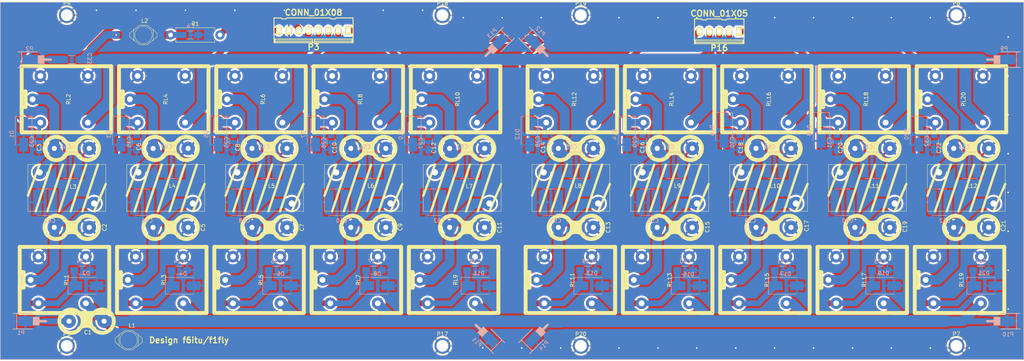
<source format=kicad_pcb>
(kicad_pcb (version 20221018) (generator pcbnew)
  (layers (0 "F.Cu" signal) (31 "B.Cu" signal) (34 "B.Paste" user) (35 "F.Paste" user) (36 "B.SilkS" user "B.Silkscreen") (37 "F.SilkS" user "F.Silkscreen") (38 "B.Mask" user) (39 "F.Mask" user) (44 "Edge.Cuts" user))
  (net 0 "")
  (net 1 "Net-(C1-Pad1)")
  (net 2 "Net-(C1-Pad2)")
  (net 3 "Net-(C2-Pad1)")
  (net 4 "GND")
  (net 5 "Net-(C3-Pad1)")
  (net 6 "Net-(C4-Pad2)")
  (net 7 "Net-(C10-Pad1)")
  (net 8 "Net-(C11-Pad1)")
  (net 9 "Net-(C12-Pad1)")
  (net 10 "Net-(C13-Pad1)")
  (net 11 "Net-(C14-Pad1)")
  (net 12 "Net-(C15-Pad1)")
  (net 13 "Net-(C16-Pad1)")
  (net 14 "Net-(C17-Pad1)")
  (net 15 "Net-(C18-Pad1)")
  (net 16 "Net-(C19-Pad1)")
  (net 17 "Net-(C20-Pad1)")
  (net 18 "Net-(C21-Pad1)")
  (net 19 "Net-(C22-Pad1)")
  (net 20 "Net-(C23-Pad2)")
  (net 21 "Net-(C24-Pad2)")
  (net 22 "Net-(C25-Pad2)")
  (net 23 "Net-(C26-Pad2)")
  (net 24 "Net-(C27-Pad2)")
  (net 25 "Net-(C28-Pad2)")
  (net 26 "Net-(C29-Pad2)")
  (net 27 "Net-(C30-Pad2)")
  (net 28 "Net-(C31-Pad2)")
  (net 29 "Net-(C32-Pad2)")
  (net 30 "Net-(C33-Pad1)")
  (net 31 "Net-(C33-Pad2)")
  (net 32 "Net-(P3-Pad8)")
  (net 33 "Net-(C46-Pad2)")
  (net 34 "Net-(C47-Pad2)")
  (net 35 "Net-(C48-Pad2)")
  (net 36 "Net-(C49-Pad2)")
  (net 37 "Net-(C50-Pad2)")
  (footprint "Connect:1pin" (layer "F.Cu") (at 38.1 39.37)
    (fp_text reference "P4")
    (fp_text value "CONN_01X01")
  )
  (footprint "Connect:1pin" (layer "F.Cu") (at 38.1 124.46)
    (fp_text reference "P5")
    (fp_text value "CONN_01X01")
  )
  (footprint "Connect:1pin" (layer "F.Cu") (at 266.7 39.37)
    (fp_text reference "P6")
    (fp_text value "CONN_01X01")
  )
  (footprint "Connect:1pin" (layer "F.Cu") (at 266.7 124.46)
    (fp_text reference "P7")
    (fp_text value "CONN_01X01")
  )
  (footprint "Connect:1pin" (layer "F.Cu") (at 134.62 124.46)
    (fp_text reference "P17")
    (fp_text value "CONN_01X01")
  )
  (footprint "Connect:1pin" (layer "F.Cu") (at 134.62 39.37)
    (fp_text reference "P18")
    (fp_text value "CONN_01X01")
  )
  (footprint "Connect:1pin" (layer "F.Cu") (at 170.18 39.37)
    (fp_text reference "P19")
    (fp_text value "CONN_01X01")
  )
  (footprint "Connect:1pin" (layer "F.Cu") (at 170.18 124.46)
    (fp_text reference "P20")
    (fp_text value "CONN_01X01")
  )
  (footprint "T80_60_V:T60_80_V" (layer "F.Cu") (at 38.1 83.82)
    (fp_text reference "L3")
    (fp_text value "10m-b")
  )
  (footprint "T80_60_V:T60_80_V" (layer "F.Cu") (at 63.5 83.82)
    (fp_text reference "L4")
    (fp_text value "10m-a")
  )
  (footprint "T80_60_V:T60_80_V" (layer "F.Cu") (at 88.9 83.82)
    (fp_text reference "L5")
    (fp_text value "12m")
  )
  (footprint "T80_60_V:T60_80_V" (layer "F.Cu") (at 114.3 83.82)
    (fp_text reference "L6")
    (fp_text value "15m")
  )
  (footprint "T80_60_V:T60_80_V" (layer "F.Cu") (at 139.7 83.82)
    (fp_text reference "L7")
    (fp_text value "17m")
  )
  (footprint "T80_60_V:T60_80_V" (layer "F.Cu") (at 167.64 83.82)
    (fp_text reference "L8")
    (fp_text value "20m")
  )
  (footprint "T80_60_V:T60_80_V" (layer "F.Cu") (at 193.04 83.82)
    (fp_text reference "L9")
    (fp_text value "30m")
  )
  (footprint "T80_60_V:T60_80_V" (layer "F.Cu") (at 218.44 83.82)
    (fp_text reference "L10")
    (fp_text value "40m")
  )
  (footprint "T80_60_V:T60_80_V" (layer "F.Cu") (at 243.84 83.82)
    (fp_text reference "L11")
    (fp_text value "80m")
  )
  (footprint "T80_60_V:T60_80_V" (layer "F.Cu") (at 269.24 83.82)
    (fp_text reference "L12")
    (fp_text value "160m")
  )
  (footprint "Wurt_1mH:Wurt_1mH" (layer "F.Cu") (at 54 123 -90)
    (fp_text reference "L1")
    (fp_text value "1mH")
  )
  (footprint "Wurt_1mH:Wurt_1mH" (layer "F.Cu") (at 57.785 44.45 90)
    (fp_text reference "L2")
    (fp_text value "1mH")
  )
  (footprint "Silver_Mica:silver_mica" (layer "F.Cu") (at 43.18 118.11 180)
    (fp_text reference "C1")
    (fp_text value "10n/1kV")
  )
  (footprint "Silver_Mica:silver_mica" (layer "F.Cu") (at 39.37 93.98)
    (fp_text reference "C2")
    (fp_text value "C")
  )
  (footprint "Silver_Mica:silver_mica" (layer "F.Cu") (at 39.37 73.66)
    (fp_text reference "C3")
    (fp_text value "C")
  )
  (footprint "Silver_Mica:silver_mica" (layer "F.Cu") (at 64.77 93.98)
    (fp_text reference "C5")
    (fp_text value "C")
  )
  (footprint "Silver_Mica:silver_mica" (layer "F.Cu") (at 64.77 73.66)
    (fp_text reference "C6")
    (fp_text value "C")
  )
  (footprint "Silver_Mica:silver_mica" (layer "F.Cu") (at 90.17 93.98)
    (fp_text reference "C7")
    (fp_text value "C")
  )
  (footprint "Silver_Mica:silver_mica" (layer "F.Cu") (at 90.17 73.66)
    (fp_text reference "C8")
    (fp_text value "C")
  )
  (footprint "Silver_Mica:silver_mica" (layer "F.Cu") (at 115.57 93.98)
    (fp_text reference "C9")
    (fp_text value "C")
  )
  (footprint "Silver_Mica:silver_mica" (layer "F.Cu") (at 115.57 73.66)
    (fp_text reference "C10")
    (fp_text value "C")
  )
  (footprint "Silver_Mica:silver_mica" (layer "F.Cu") (at 140.97 93.98)
    (fp_text reference "C11")
    (fp_text value "C")
  )
  (footprint "Silver_Mica:silver_mica" (layer "F.Cu") (at 140.97 73.66)
    (fp_text reference "C12")
    (fp_text value "C")
  )
  (footprint "Silver_Mica:silver_mica" (layer "F.Cu") (at 168.91 93.98)
    (fp_text reference "C13")
    (fp_text value "C")
  )
  (footprint "Silver_Mica:silver_mica" (layer "F.Cu") (at 168.91 73.66)
    (fp_text reference "C14")
    (fp_text value "C")
  )
  (footprint "Silver_Mica:silver_mica" (layer "F.Cu") (at 194.31 93.98)
    (fp_text reference "C15")
    (fp_text value "C")
  )
  (footprint "Silver_Mica:silver_mica" (layer "F.Cu") (at 194.31 73.66)
    (fp_text reference "C16")
    (fp_text value "C")
  )
  (footprint "Silver_Mica:silver_mica" (layer "F.Cu") (at 219.71 93.98)
    (fp_text reference "C17")
    (fp_text value "C")
  )
  (footprint "Silver_Mica:silver_mica" (layer "F.Cu") (at 219.71 73.66)
    (fp_text reference "C18")
    (fp_text value "C")
  )
  (footprint "Silver_Mica:silver_mica" (layer "F.Cu") (at 245.11 93.98)
    (fp_text reference "C19")
    (fp_text value "C")
  )
  (footprint "Silver_Mica:silver_mica" (layer "F.Cu") (at 245.11 73.66)
    (fp_text reference "C20")
    (fp_text value "C")
  )
  (footprint "Silver_Mica:silver_mica" (layer "F.Cu") (at 270.51 93.98)
    (fp_text reference "C21")
    (fp_text value "C")
  )
  (footprint "Silver_Mica:silver_mica" (layer "F.Cu") (at 270.51 73.66)
    (fp_text reference "C22")
    (fp_text value "C")
  )
  (footprint "Resistors_THT:R_Axial_DIN0411_L9.9mm_D3.6mm_P12.70mm_Horizontal" (layer "F.Cu") (at 64.77 44.45)
    (fp_text reference "R1")
    (fp_text value "500-1/4W")
  )
  (footprint "conn_kk100:kk100_22-23-2081" (layer "F.Cu") (at 101.5 43.25 180)
    (fp_text reference "P3")
    (fp_text value "CONN_01X08")
  )
  (footprint "conn_kk100:kk100_22-23-2051" (layer "F.Cu") (at 205.75 43.5 180)
    (fp_text reference "P16")
    (fp_text value "CONN_01X05")
  )
  (footprint "Omron_G5LE:Omron_G5LE" (layer "F.Cu") (at 37.5 107.5 90)
    (fp_text reference "RL1")
    (fp_text value "Omron_G5LE")
  )
  (footprint "Omron_G5LE:Omron_G5LE" (layer "F.Cu") (at 38 61 90)
    (fp_text reference "RL2")
    (fp_text value "Omron_G5LE")
  )
  (footprint "Omron_G5LE:Omron_G5LE" (layer "F.Cu") (at 62.5 107.5 90)
    (fp_text reference "RL3")
    (fp_text value "Omron_G5LE")
  )
  (footprint "Omron_G5LE:Omron_G5LE" (layer "F.Cu") (at 63 61 90)
    (fp_text reference "RL4")
    (fp_text value "Omron_G5LE")
  )
  (footprint "Omron_G5LE:Omron_G5LE" (layer "F.Cu") (at 87.5 107.5 90)
    (fp_text reference "RL5")
    (fp_text value "Omron_G5LE")
  )
  (footprint "Omron_G5LE:Omron_G5LE" (layer "F.Cu") (at 88 61 90)
    (fp_text reference "RL6")
    (fp_text value "Omron_G5LE")
  )
  (footprint "Omron_G5LE:Omron_G5LE" (layer "F.Cu") (at 112.5 107.5 90)
    (fp_text reference "RL7")
    (fp_text value "Omron_G5LE")
  )
  (footprint "Omron_G5LE:Omron_G5LE" (layer "F.Cu") (at 113 61 90)
    (fp_text reference "RL8")
    (fp_text value "Omron_G5LE")
  )
  (footprint "Omron_G5LE:Omron_G5LE" (layer "F.Cu") (at 137.5 107.5 90)
    (fp_text reference "RL9")
    (fp_text value "Omron_G5LE")
  )
  (footprint "Omron_G5LE:Omron_G5LE" (layer "F.Cu") (at 138 61 90)
    (fp_text reference "RL10")
    (fp_text value "Omron_G5LE")
  )
  (footprint "Omron_G5LE:Omron_G5LE" (layer "F.Cu") (at 167.5 107.5 90)
    (fp_text reference "RL11")
    (fp_text value "Omron_G5LE")
  )
  (footprint "Omron_G5LE:Omron_G5LE" (layer "F.Cu") (at 168 61 90)
    (fp_text reference "RL12")
    (fp_text value "Omron_G5LE")
  )
  (footprint "Omron_G5LE:Omron_G5LE" (layer "F.Cu") (at 192.5 107.5 90)
    (fp_text reference "RL13")
    (fp_text value "Omron_G5LE")
  )
  (footprint "Omron_G5LE:Omron_G5LE" (layer "F.Cu") (at 193 61 90)
    (fp_text reference "RL14")
    (fp_text value "Omron_G5LE")
  )
  (footprint "Omron_G5LE:Omron_G5LE" (layer "F.Cu") (at 217.5 107.5 90)
    (fp_text reference "RL15")
    (fp_text value "Omron_G5LE")
  )
  (footprint "Omron_G5LE:Omron_G5LE" (layer "F.Cu") (at 218 61 90)
    (fp_text reference "RL16")
    (fp_text value "Omron_G5LE")
  )
  (footprint "Omron_G5LE:Omron_G5LE" (layer "F.Cu") (at 242.5 107.5 90)
    (fp_text reference "RL17")
    (fp_text value "Omron_G5LE")
  )
  (footprint "Omron_G5LE:Omron_G5LE" (layer "F.Cu") (at 243 61 90)
    (fp_text reference "RL18")
    (fp_text value "Omron_G5LE")
  )
  (footprint "Omron_G5LE:Omron_G5LE" (layer "F.Cu") (at 267.5 107.5 90)
    (fp_text reference "RL19")
    (fp_text value "Omron_G5LE")
  )
  (footprint "Omron_G5LE:Omron_G5LE" (layer "F.Cu") (at 268 61 90)
    (fp_text reference "RL20")
    (fp_text value "Omron_G5LE")
  )
  (footprint "Diodes_SMD:D_SMB_Handsoldering" (layer "B.Cu") (at 27 70 -90)
    (fp_text reference "D1")
    (fp_text value "diode")
  )
  (footprint "Diodes_SMD:D_SMB_Handsoldering" (layer "B.Cu") (at 43 109)
    (fp_text reference "D2")
    (fp_text value "diode")
  )
  (footprint "Diodes_SMD:D_SMB_Handsoldering" (layer "B.Cu") (at 52 70 -90)
    (fp_text reference "D3")
    (fp_text value "diode")
  )
  (footprint "Diodes_SMD:D_SMB_Handsoldering" (layer "B.Cu") (at 68 109)
    (fp_text reference "D4")
    (fp_text value "diode")
  )
  (footprint "Diodes_SMD:D_SMB_Handsoldering" (layer "B.Cu") (at 77 70 -90)
    (fp_text reference "D5")
    (fp_text value "diode")
  )
  (footprint "Diodes_SMD:D_SMB_Handsoldering" (layer "B.Cu") (at 93 109)
    (fp_text reference "D6")
    (fp_text value "diode")
  )
  (footprint "Diodes_SMD:D_SMB_Handsoldering" (layer "B.Cu") (at 102 70 -90)
    (fp_text reference "D7")
    (fp_text value "diode")
  )
  (footprint "Diodes_SMD:D_SMB_Handsoldering" (layer "B.Cu") (at 118 109)
    (fp_text reference "D8")
    (fp_text value "diode")
  )
  (footprint "Diodes_SMD:D_SMB_Handsoldering" (layer "B.Cu") (at 127 70 -90)
    (fp_text reference "D10")
    (fp_text value "diode")
  )
  (footprint "Diodes_SMD:D_SMB_Handsoldering" (layer "B.Cu") (at 144 109)
    (fp_text reference "D11")
    (fp_text value "diode")
  )
  (footprint "Diodes_SMD:D_SMB_Handsoldering" (layer "B.Cu") (at 157 70 -90)
    (fp_text reference "D12")
    (fp_text value "diode")
  )
  (footprint "Diodes_SMD:D_SMB_Handsoldering" (layer "B.Cu") (at 173 109)
    (fp_text reference "D13")
    (fp_text value "diode")
  )
  (footprint "Diodes_SMD:D_SMB_Handsoldering" (layer "B.Cu") (at 182 70 -90)
    (fp_text reference "D14")
    (fp_text value "diode")
  )
  (footprint "Diodes_SMD:D_SMB_Handsoldering" (layer "B.Cu") (at 198 109)
    (fp_text reference "D15")
    (fp_text value "diode")
  )
  (footprint "Diodes_SMD:D_SMB_Handsoldering" (layer "B.Cu") (at 207 69 -90)
    (fp_text reference "D16")
    (fp_text value "diode")
  )
  (footprint "Diodes_SMD:D_SMB_Handsoldering" (layer "B.Cu") (at 223 109)
    (fp_text reference "D17")
    (fp_text value "diode")
  )
  (footprint "Diodes_SMD:D_SMB_Handsoldering" (layer "B.Cu") (at 232 69 -90)
    (fp_text reference "D18")
    (fp_text value "diode")
  )
  (footprint "Diodes_SMD:D_SMB_Handsoldering" (layer "B.Cu") (at 248 109)
    (fp_text reference "D19")
    (fp_text value "diode")
  )
  (footprint "Diodes_SMD:D_SMB_Handsoldering" (layer "B.Cu") (at 257 70 -90)
    (fp_text reference "D20")
    (fp_text value "diode")
  )
  (footprint "Diodes_SMD:D_SMB_Handsoldering" (layer "B.Cu") (at 274 109)
    (fp_text reference "D21")
    (fp_text value "diode")
  )
  (footprint "Coax_2mm:coax_2mm" (layer "B.Cu") (at 30.48 118.11 180)
    (fp_text reference "P1")
    (fp_text value "BNC Output")
  )
  (footprint "Coax_2mm:coax_2mm" (layer "B.Cu") (at 31.75 50.8 180)
    (fp_text reference "P2")
    (fp_text value "BNC Input")
  )
  (footprint "Coax_2mm:coax_2mm" (layer "B.Cu") (at 276.86 50.8)
    (fp_text reference "P9")
    (fp_text value "BNC")
  )
  (footprint "Coax_2mm:coax_2mm" (layer "B.Cu") (at 276.86 118.11)
    (fp_text reference "P10")
    (fp_text value "BNC")
  )
  (footprint "Coax_2mm:coax_2mm" (layer "B.Cu") (at 144.78 120.65 -45)
    (fp_text reference "P11")
    (fp_text value "BNC")
  )
  (footprint "Coax_2mm:coax_2mm" (layer "B.Cu") (at 160.02 48.26 135)
    (fp_text reference "P12")
    (fp_text value "BNC")
  )
  (footprint "Coax_2mm:coax_2mm" (layer "B.Cu") (at 147.32 48.26 45)
    (fp_text reference "P13")
    (fp_text value "BNC")
  )
  (footprint "Coax_2mm:coax_2mm" (layer "B.Cu") (at 160.02 120.65 -135)
    (fp_text reference "P14")
    (fp_text value "BNC")
  )
  (footprint "Capacitors_SMD:C_1206_HandSoldering" (layer "B.Cu") (at 31 72 90)
    (fp_text reference "C23")
    (fp_text value "100n")
  )
  (footprint "Capacitors_SMD:C_1206_HandSoldering" (layer "B.Cu") (at 67 105 180)
    (fp_text reference "C24")
    (fp_text value "100n")
  )
  (footprint "Capacitors_SMD:C_1206_HandSoldering" (layer "B.Cu") (at 81 72 90)
    (fp_text reference "C25")
    (fp_text value "100n")
  )
  (footprint "Capacitors_SMD:C_1206_HandSoldering" (layer "B.Cu") (at 106 72 90)
    (fp_text reference "C26")
    (fp_text value "100n")
  )
  (footprint "Capacitors_SMD:C_1206_HandSoldering" (layer "B.Cu") (at 131 72 90)
    (fp_text reference "C27")
    (fp_text value "100n")
  )
  (footprint "Capacitors_SMD:C_1206_HandSoldering" (layer "B.Cu") (at 161 72 90)
    (fp_text reference "C28")
    (fp_text value "100n")
  )
  (footprint "Capacitors_SMD:C_1206_HandSoldering" (layer "B.Cu") (at 186 72 90)
    (fp_text reference "C29")
    (fp_text value "100n")
  )
  (footprint "Capacitors_SMD:C_1206_HandSoldering" (layer "B.Cu") (at 211 72 90)
    (fp_text reference "C30")
    (fp_text value "100n")
  )
  (footprint "Capacitors_SMD:C_1206_HandSoldering" (layer "B.Cu") (at 236 72 90)
    (fp_text reference "C31")
    (fp_text value "100n")
  )
  (footprint "Capacitors_SMD:C_1206_HandSoldering" (layer "B.Cu") (at 261 72 90)
    (fp_text reference "C32")
    (fp_text value "100n")
  )
  (footprint "Capacitors_SMD:C_1206_HandSoldering" (layer "B.Cu") (at 39.37 50.8 180)
    (fp_text reference "C33")
    (fp_text value "100nF 100V")
  )
  (footprint "Capacitors_SMD:C_1206_HandSoldering" (layer "B.Cu") (at 42 105 180)
    (fp_text reference "C34")
    (fp_text value "100n")
  )
  (footprint "Capacitors_SMD:C_1206_HandSoldering" (layer "B.Cu") (at 56 72 90)
    (fp_text reference "C35")
    (fp_text value "100n")
  )
  (footprint "Capacitors_SMD:C_1206_HandSoldering" (layer "B.Cu") (at 92 105 180)
    (fp_text reference "C36")
    (fp_text value "100n")
  )
  (footprint "Capacitors_SMD:C_1206_HandSoldering" (layer "B.Cu") (at 117 105 180)
    (fp_text reference "C37")
    (fp_text value "100n")
  )
  (footprint "Capacitors_SMD:C_1206_HandSoldering" (layer "B.Cu") (at 143 105 180)
    (fp_text reference "C38")
    (fp_text value "100n")
  )
  (footprint "Capacitors_SMD:C_1206_HandSoldering" (layer "B.Cu") (at 172 105 180)
    (fp_text reference "C39")
    (fp_text value "100n")
  )
  (footprint "Capacitors_SMD:C_1206_HandSoldering" (layer "B.Cu") (at 197 105 180)
    (fp_text reference "C40")
    (fp_text value "100n")
  )
  (footprint "Capacitors_SMD:C_1206_HandSoldering" (layer "B.Cu") (at 222 105 180)
    (fp_text reference "C41")
    (fp_text value "100n")
  )
  (footprint "Capacitors_SMD:C_1206_HandSoldering" (layer "B.Cu") (at 247 105 180)
    (fp_text reference "C43")
    (fp_text value "100n")
  )
  (footprint "Capacitors_SMD:C_1206_HandSoldering" (layer "B.Cu") (at 273 105 180)
    (fp_text reference "C44")
    (fp_text value "100n")
  )
  (footprint "Capacitors_SMD:C_1206_HandSoldering" (layer "B.Cu") (at 69.85 44.45 180)
    (fp_text reference "C4")
    (fp_text value "100n")
  )
  (footprint "ATC_B:Capacitors_ATC_B_HandSoldering" (layer "B.Cu") (at 32.5 87.5)
    (fp_text reference "C42")
    (fp_text value "C_Small")
  )
  (footprint "ATC_B:Capacitors_ATC_B_HandSoldering" (layer "B.Cu") (at 39 78 180)
    (fp_text reference "C45")
    (fp_text value "C_Small")
  )
  (footprint "ATC_B:Capacitors_ATC_B_HandSoldering" (layer "B.Cu") (at 57.5 87.5)
    (fp_text reference "C46")
    (fp_text value "C_Small")
  )
  (footprint "ATC_B:Capacitors_ATC_B_HandSoldering" (layer "B.Cu") (at 65 78 180)
    (fp_text reference "C47")
    (fp_text value "C_Small")
  )
  (footprint "ATC_B:Capacitors_ATC_B_HandSoldering" (layer "B.Cu") (at 82.5 87.5)
    (fp_text reference "C48")
    (fp_text value "C_Small")
  )
  (footprint "ATC_B:Capacitors_ATC_B_HandSoldering" (layer "B.Cu") (at 90 78 180)
    (fp_text reference "C49")
    (fp_text value "C_Small")
  )
  (footprint "ATC_B:Capacitors_ATC_B_HandSoldering" (layer "B.Cu") (at 107.5 87.5)
    (fp_text reference "C50")
    (fp_text value "C_Small")
  )
  (footprint "ATC_B:Capacitors_ATC_B_HandSoldering" (layer "B.Cu") (at 116 78 180)
    (fp_text reference "C51")
    (fp_text value "C_Small")
  )
  (footprint "ATC_B:Capacitors_ATC_B_HandSoldering" (layer "B.Cu") (at 132.5 87.5)
    (fp_text reference "C52")
    (fp_text value "C_Small")
  )
  (footprint "ATC_B:Capacitors_ATC_B_HandSoldering" (layer "B.Cu") (at 141 78 180)
    (fp_text reference "C53")
    (fp_text value "C_Small")
  )
  (footprint "ATC_B:Capacitors_ATC_B_HandSoldering" (layer "B.Cu") (at 162.5 87.5)
    (fp_text reference "C54")
    (fp_text value "C_Small")
  )
  (footprint "ATC_B:Capacitors_ATC_B_HandSoldering" (layer "B.Cu") (at 169 78 180)
    (fp_text reference "C55")
    (fp_text value "C_Small")
  )
  (footprint "ATC_B:Capacitors_ATC_B_HandSoldering" (layer "B.Cu") (at 187.5 87.5)
    (fp_text reference "C56")
    (fp_text value "C_Small")
  )
  (footprint "ATC_B:Capacitors_ATC_B_HandSoldering" (layer "B.Cu") (at 194 78 180)
    (fp_text reference "C57")
    (fp_text value "C_Small")
  )
  (footprint "ATC_B:Capacitors_ATC_B_HandSoldering" (layer "B.Cu") (at 212.5 87.5)
    (fp_text reference "C58")
    (fp_text value "C_Small")
  )
  (footprint "ATC_B:Capacitors_ATC_B_HandSoldering" (layer "B.Cu") (at 220 78 180)
    (fp_text reference "C59")
    (fp_text value "C_Small")
  )
  (footprint "ATC_B:Capacitors_ATC_B_HandSoldering" (layer "B.Cu") (at 237.5 87.5)
    (fp_text reference "C60")
    (fp_text value "C_Small")
  )
  (footprint "ATC_B:Capacitors_ATC_B_HandSoldering" (layer "B.Cu") (at 245 78 180)
    (fp_text reference "C61")
    (fp_text value "C_Small")
  )
  (footprint "ATC_B:Capacitors_ATC_B_HandSoldering" (layer "B.Cu") (at 262.5 87.5)
    (fp_text reference "C62")
    (fp_text value "C_Small")
  )
  (footprint "ATC_B:Capacitors_ATC_B_HandSoldering" (layer "B.Cu") (at 270 78 180)
    (fp_text reference "C63")
    (fp_text value "C_Small")
  )
  (gr_line (start 21 36) (end 21 128) (stroke (width 0.15)) (layer "Edge.Cuts"))
  (gr_line (start 284 128) (end 284 36) (stroke (width 0.15)) (layer "Edge.Cuts"))
  (gr_line (start 284 36) (end 21 36) (stroke (width 0.15)) (layer "Edge.Cuts"))
  (gr_line (start 21 128) (end 284 128) (stroke (width 0.15)) (layer "Edge.Cuts"))
  (gr_text "Design f6itu/f1fly" (at 69.5 123) (layer "F.SilkS") (effects (font (size 1.5 1.5) (thickness 0.3))))
  (segment (start 51 121.43) (end 47.68 118.11) (width 2) (layer "F.Cu") (net 1))
  (segment (start 51 123) (end 51 121.43) (width 2) (layer "F.Cu") (net 1))
  (segment (start 54.61 118.11) (end 73 118.11) (width 3) (layer "B.Cu") (net 1))
  (segment (start 256.54 118.11) (end 264.16 118.11) (width 3) (layer "B.Cu") (net 1))
  (segment (start 231.14 118.11) (end 253.61 118.11) (width 3) (layer "B.Cu") (net 1))
  (segment (start 205.74 118.11) (end 229.11 118.11) (width 3) (layer "B.Cu") (net 1))
  (segment (start 180.34 118.11) (end 204.11 118.11) (width 3) (layer "B.Cu") (net 1))
  (segment (start 139.7 118.11) (end 142.24 118.11) (width 3) (layer "B.Cu") (net 1))
  (segment (start 125.73 118.11) (end 139.7 118.11) (width 3) (layer "B.Cu") (net 1))
  (segment (start 100.33 118.11) (end 123 118.11) (width 3) (layer "B.Cu") (net 1))
  (segment (start 74.93 118.11) (end 98.11 118.11) (width 3) (layer "B.Cu") (net 1))
  (segment (start 161.29 118.11) (end 166.37 118.11) (width 3) (layer "B.Cu") (net 1))
  (segment (start 165.244214 119.235786) (end 166.37 118.11) (width 1) (layer "B.Cu") (net 1))
  (segment (start 166.37 118.11) (end 178.61 118.11) (width 3) (layer "B.Cu") (net 1))
  (segment (start 142.24 118.11) (end 147.5 118.11) (width 3) (layer "B.Cu") (net 1))
  (segment (start 268.39 118.11) (end 273 113.5) (width 2.5) (layer "B.Cu") (net 1))
  (segment (start 249 113.5) (end 253.61 118.11) (width 2.5) (layer "B.Cu") (net 1))
  (segment (start 253.61 118.11) (end 256.54 118.11) (width 3) (layer "B.Cu") (net 1))
  (segment (start 224.5 113.5) (end 229.11 118.11) (width 2.5) (layer "B.Cu") (net 1))
  (segment (start 229.11 118.11) (end 231.14 118.11) (width 3) (layer "B.Cu") (net 1))
  (segment (start 199.5 113.5) (end 204.11 118.11) (width 2.5) (layer "B.Cu") (net 1))
  (segment (start 204.11 118.11) (end 205.74 118.11) (width 3) (layer "B.Cu") (net 1))
  (segment (start 174 113.5) (end 178.61 118.11) (width 2.5) (layer "B.Cu") (net 1))
  (segment (start 178.61 118.11) (end 180.34 118.11) (width 3) (layer "B.Cu") (net 1))
  (segment (start 147.61 118.11) (end 147.5 118) (width 2.5) (layer "B.Cu") (net 1))
  (segment (start 147.5 118) (end 147.5 118.11) (width 2.5) (layer "B.Cu") (net 1))
  (segment (start 147.5 118.11) (end 161.29 118.11) (width 3) (layer "B.Cu") (net 1))
  (segment (start 122.61 118.11) (end 122.61 117.89) (width 2.5) (layer "B.Cu") (net 1))
  (segment (start 122.61 117.89) (end 123 117.5) (width 2.5) (layer "B.Cu") (net 1))
  (segment (start 123 117.5) (end 123 118.11) (width 2.5) (layer "B.Cu") (net 1))
  (segment (start 123 118.11) (end 125.73 118.11) (width 3) (layer "B.Cu") (net 1))
  (segment (start 93.5 113.5) (end 98.11 118.11) (width 2.5) (layer "B.Cu") (net 1))
  (segment (start 98.11 118.11) (end 100.33 118.11) (width 3) (layer "B.Cu") (net 1))
  (segment (start 72.61 118.11) (end 72.89 118.11) (width 2.5) (layer "B.Cu") (net 1))
  (segment (start 72.89 118.11) (end 73 118) (width 2.5) (layer "B.Cu") (net 1))
  (segment (start 73 118) (end 73 118.11) (width 2.5) (layer "B.Cu") (net 1))
  (segment (start 73 118.11) (end 74.93 118.11) (width 3) (layer "B.Cu") (net 1))
  (segment (start 43.07 113.5) (end 47.68 118.11) (width 2.5) (layer "B.Cu") (net 1))
  (segment (start 54.5 118.11) (end 54.61 118.11) (width 1.5) (layer "B.Cu") (net 1))
  (segment (start 223 113.5) (end 224.5 113.5) (width 2.5) (layer "B.Cu") (net 1))
  (segment (start 118 113.5) (end 122.61 118.11) (width 2.5) (layer "B.Cu") (net 1))
  (segment (start 143 113.5) (end 147.61 118.11) (width 2.5) (layer "B.Cu") (net 1))
  (segment (start 43 113.5) (end 43.07 113.5) (width 2.5) (layer "B.Cu") (net 1))
  (segment (start 143.365786 119.235786) (end 142.24 118.11) (width 1) (layer "B.Cu") (net 1))
  (segment (start 173 113.5) (end 174 113.5) (width 2.5) (layer "B.Cu") (net 1))
  (segment (start 54.5 118.11) (end 47.68 118.11) (width 2.5) (layer "B.Cu") (net 1))
  (segment (start 68 113.5) (end 72.61 118.11) (width 2.5) (layer "B.Cu") (net 1))
  (segment (start 161.434214 119.235786) (end 165.244214 119.235786) (width 1) (layer "B.Cu") (net 1))
  (segment (start 93 113.5) (end 93.5 113.5) (width 2.5) (layer "B.Cu") (net 1))
  (segment (start 198 113.5) (end 199.5 113.5) (width 2.5) (layer "B.Cu") (net 1))
  (segment (start 248 113.5) (end 249 113.5) (width 2.5) (layer "B.Cu") (net 1))
  (segment (start 264.16 118.11) (end 268.39 118.11) (width 2.5) (layer "B.Cu") (net 1))
  (segment (start 274.86 118.11) (end 264.16 118.11) (width 1.5) (layer "B.Cu") (net 1))
  (segment (start 32.48 118.11) (end 38.68 118.11) (width 1.5) (layer "B.Cu") (net 2))
  (segment (start 41.03 87.82) (end 34.87 93.98) (width 2.5) (layer "B.Cu") (net 3))
  (segment (start 44.91 87.63) (end 45.1 87.82) (width 2.5) (layer "B.Cu") (net 3))
  (segment (start 34.87 104.13) (end 31.5 107.5) (width 2.5) (layer "B.Cu") (net 3))
  (segment (start 31.5 107.5) (end 28.8 107.5) (width 2.5) (layer "B.Cu") (net 3))
  (segment (start 34.5 93.61) (end 34.87 93.98) (width 2.5) (layer "B.Cu") (net 3))
  (segment (start 34.5 93.61) (end 34.87 93.98) (width 2.2) (layer "B.Cu") (net 3))
  (segment (start 45.1 87.82) (end 41.03 87.82) (width 2.5) (layer "B.Cu") (net 3))
  (segment (start 34.87 93.98) (end 34.87 104.13) (width 2.5) (layer "B.Cu") (net 3))
  (segment (start 34.5 87.5) (end 34.5 93.61) (width 2.2) (layer "B.Cu") (net 3))
  (segment (start 144.46 124.46) (end 145 125) (width 0.25) (layer "F.Cu") (net 4))
  (segment (start 155 125) (end 165 125) (width 0.25) (layer "F.Cu") (net 4))
  (segment (start 180 125) (end 190 125) (width 0.25) (layer "F.Cu") (net 4))
  (segment (start 200 125) (end 210 125) (width 0.25) (layer "F.Cu") (net 4))
  (segment (start 220 125) (end 230 125) (width 0.25) (layer "F.Cu") (net 4))
  (segment (start 240 125) (end 250 125) (width 0.25) (layer "F.Cu") (net 4))
  (segment (start 260 125) (end 270 125) (width 0.25) (layer "F.Cu") (net 4))
  (segment (start 280 115) (end 280 105) (width 0.25) (layer "F.Cu") (net 4))
  (segment (start 280 95) (end 280 85) (width 0.25) (layer "F.Cu") (net 4))
  (segment (start 280 75) (end 280 65) (width 0.25) (layer "F.Cu") (net 4))
  (segment (start 280 55) (end 280 45) (width 0.25) (layer "F.Cu") (net 4))
  (segment (start 270 40) (end 260 40) (width 0.25) (layer "F.Cu") (net 4))
  (segment (start 250 40) (end 240 40) (width 0.25) (layer "F.Cu") (net 4))
  (segment (start 230 40) (end 220 40) (width 0.25) (layer "F.Cu") (net 4))
  (segment (start 210 40) (end 200 40) (width 0.25) (layer "F.Cu") (net 4))
  (segment (start 190 40) (end 180 40) (width 0.25) (layer "F.Cu") (net 4))
  (segment (start 160 40) (end 150 40) (width 0.25) (layer "F.Cu") (net 4))
  (segment (start 140 40) (end 139.37 39.37) (width 0.25) (layer "F.Cu") (net 4))
  (segment (start 139.37 39.37) (end 134.62 39.37) (width 0.25) (layer "F.Cu") (net 4))
  (segment (start 44.45 39.37) (end 45.72 38.1) (width 0.25) (layer "F.Cu") (net 4))
  (segment (start 55.88 38.1) (end 68.58 38.1) (width 0.25) (layer "F.Cu") (net 4))
  (segment (start 81.28 38.1) (end 93.98 38.1) (width 0.25) (layer "F.Cu") (net 4))
  (segment (start 106.68 38.1) (end 119.38 38.1) (width 0.25) (layer "F.Cu") (net 4))
  (segment (start 38.1 39.37) (end 44.45 39.37) (width 0.25) (layer "F.Cu") (net 4))
  (segment (start 120.07 93.98) (end 120.07 94.93) (width 0.25) (layer "F.Cu") (net 4))
  (segment (start 134.62 124.46) (end 144.46 124.46) (width 0.25) (layer "F.Cu") (net 4))
  (segment (start 69.27 93.98) (end 69.27 95.73) (width 0.25) (layer "F.Cu") (net 4))
  (segment (start 43.87 93.98) (end 43.52 93.98) (width 0.25) (layer "F.Cu") (net 4))
  (segment (start 94.67 93.98) (end 94.67 95.33) (width 0.25) (layer "F.Cu") (net 4))
  (via (at 150 40) (size 0.6) (drill 0.4) (layers "F.Cu" "B.Cu") (net 4))
  (via (at 280 65) (size 0.6) (drill 0.4) (layers "F.Cu" "B.Cu") (net 4))
  (via (at 230 40) (size 0.6) (drill 0.4) (layers "F.Cu" "B.Cu") (net 4))
  (via (at 45.72 38.1) (size 0.6) (drill 0.4) (layers "F.Cu" "B.Cu") (net 4))
  (via (at 230 125) (size 0.6) (drill 0.4) (layers "F.Cu" "B.Cu") (net 4))
  (via (at 260 40) (size 0.6) (drill 0.4) (layers "F.Cu" "B.Cu") (net 4))
  (via (at 165 125) (size 0.6) (drill 0.4) (layers "F.Cu" "B.Cu") (net 4))
  (via (at 190 40) (size 0.6) (drill 0.4) (layers "F.Cu" "B.Cu") (net 4))
  (via (at 250 40) (size 0.6) (drill 0.4) (layers "F.Cu" "B.Cu") (net 4))
  (via (at 210 40) (size 0.6) (drill 0.4) (layers "F.Cu" "B.Cu") (net 4))
  (via (at 129.54 38.1) (size 0.6) (drill 0.4) (layers "F.Cu" "B.Cu") (net 4))
  (via (at 210 125) (size 0.6) (drill 0.4) (layers "F.Cu" "B.Cu") (net 4))
  (via (at 68.58 38.1) (size 0.6) (drill 0.4) (layers "F.Cu" "B.Cu") (net 4))
  (via (at 280 95) (size 0.6) (drill 0.4) (layers "F.Cu" "B.Cu") (net 4))
  (via (at 280 75) (size 0.6) (drill 0.4) (layers "F.Cu" "B.Cu") (net 4))
  (via (at 240 125) (size 0.6) (drill 0.4) (layers "F.Cu" "B.Cu") (net 4))
  (via (at 280 45) (size 0.6) (drill 0.4) (layers "F.Cu" "B.Cu") (net 4))
  (via (at 140 40) (size 0.6) (drill 0.4) (layers "F.Cu" "B.Cu") (net 4))
  (via (at 220 125) (size 0.6) (drill 0.4) (layers "F.Cu" "B.Cu") (net 4))
  (via (at 200 125) (size 0.6) (drill 0.4) (layers "F.Cu" "B.Cu") (net 4))
  (via (at 280 85) (size 0.6) (drill 0.4) (layers "F.Cu" "B.Cu") (net 4))
  (via (at 270 125) (size 0.6) (drill 0.4) (layers "F.Cu" "B.Cu") (net 4))
  (via (at 250 125) (size 0.6) (drill 0.4) (layers "F.Cu" "B.Cu") (net 4))
  (via (at 220 40) (size 0.6) (drill 0.4) (layers "F.Cu" "B.Cu") (net 4))
  (via (at 280 55) (size 0.6) (drill 0.4) (layers "F.Cu" "B.Cu") (net 4))
  (via (at 280 115) (size 0.6) (drill 0.4) (layers "F.Cu" "B.Cu") (net 4))
  (via (at 190 125) (size 0.6) (drill 0.4) (layers "F.Cu" "B.Cu") (net 4))
  (via (at 180 125) (size 0.6) (drill 0.4) (layers "F.Cu" "B.Cu") (net 4))
  (via (at 270 40) (size 0.6) (drill 0.4) (layers "F.Cu" "B.Cu") (net 4))
  (via (at 145 125) (size 0.6) (drill 0.4) (layers "F.Cu" "B.Cu") (net 4))
  (via (at 55.88 38.1) (size 0.6) (drill 0.4) (layers "F.Cu" "B.Cu") (net 4))
  (via (at 119.38 38.1) (size 0.6) (drill 0.4) (layers "F.Cu" "B.Cu") (net 4))
  (via (at 280 105) (size 0.6) (drill 0.4) (layers "F.Cu" "B.Cu") (net 4))
  (via (at 260 125) (size 0.6) (drill 0.4) (layers "F.Cu" "B.Cu") (net 4))
  (via (at 200 40) (size 0.6) (drill 0.4) (layers "F.Cu" "B.Cu") (net 4))
  (via (at 106.68 38.1) (size 0.6) (drill 0.4) (layers "F.Cu" "B.Cu") (net 4))
  (via (at 81.28 38.1) (size 0.6) (drill 0.4) (layers "F.Cu" "B.Cu") (net 4))
  (via (at 180 40) (size 0.6) (drill 0.4) (layers "F.Cu" "B.Cu") (net 4))
  (via (at 240 40) (size 0.6) (drill 0.4) (layers "F.Cu" "B.Cu") (net 4))
  (via (at 93.98 38.1) (size 0.6) (drill 0.4) (layers "F.Cu" "B.Cu") (net 4))
  (via (at 160 40) (size 0.6) (drill 0.4) (layers "F.Cu" "B.Cu") (net 4))
  (via (at 155 125) (size 0.6) (drill 0.4) (layers "F.Cu" "B.Cu") (net 4))
  (segment (start 145 125) (end 155 125) (width 0.25) (layer "B.Cu") (net 4))
  (segment (start 165 125) (end 165.54 124.46) (width 0.25) (layer "B.Cu") (net 4))
  (segment (start 165.54 124.46) (end 168.91 124.46) (width 0.25) (layer "B.Cu") (net 4))
  (segment (start 179.46 124.46) (end 180 125) (width 0.25) (layer "B.Cu") (net 4))
  (segment (start 190 125) (end 200 125) (width 0.25) (layer "B.Cu") (net 4))
  (segment (start 210 125) (end 220 125) (width 0.25) (layer "B.Cu") (net 4))
  (segment (start 230 125) (end 240 125) (width 0.25) (layer "B.Cu") (net 4))
  (segment (start 250 125) (end 260 125) (width 0.25) (layer "B.Cu") (net 4))
  (segment (start 270 125) (end 270.54 124.46) (width 0.25) (layer "B.Cu") (net 4))
  (segment (start 270.54 124.46) (end 279.4 124.46) (width 0.25) (layer "B.Cu") (net 4))
  (segment (start 279.4 115.6) (end 280 115) (width 0.25) (layer "B.Cu") (net 4))
  (segment (start 280 105) (end 280 95) (width 0.25) (layer "B.Cu") (net 4))
  (segment (start 280 85) (end 280 75) (width 0.25) (layer "B.Cu") (net 4))
  (segment (start 280 65) (end 280 55) (width 0.25) (layer "B.Cu") (net 4))
  (segment (start 280 45) (end 280 40) (width 0.25) (layer "B.Cu") (net 4))
  (segment (start 260 40) (end 250 40) (width 0.25) (layer "B.Cu") (net 4))
  (segment (start 240 40) (end 230 40) (width 0.25) (layer "B.Cu") (net 4))
  (segment (start 220 40) (end 210 40) (width 0.25) (layer "B.Cu") (net 4))
  (segment (start 200 40) (end 190 40) (width 0.25) (layer "B.Cu") (net 4))
  (segment (start 180 40) (end 179.37 39.37) (width 0.25) (layer "B.Cu") (net 4))
  (segment (start 179.37 39.37) (end 168.91 39.37) (width 0.25) (layer "B.Cu") (net 4))
  (segment (start 160.63 39.37) (end 160 40) (width 0.25) (layer "B.Cu") (net 4))
  (segment (start 150 40) (end 140 40) (width 0.25) (layer "B.Cu") (net 4))
  (segment (start 45.72 38.1) (end 55.88 38.1) (width 0.25) (layer "B.Cu") (net 4))
  (segment (start 68.58 38.1) (end 81.28 38.1) (width 0.25) (layer "B.Cu") (net 4))
  (segment (start 93.98 38.1) (end 106.68 38.1) (width 0.25) (layer "B.Cu") (net 4))
  (segment (start 119.38 38.1) (end 129.54 38.1) (width 0.25) (layer "B.Cu") (net 4))
  (segment (start 249.61 93.98) (end 249.61 95.39) (width 0.25) (layer "B.Cu") (net 4))
  (segment (start 145.47 93.98) (end 145.47 94.53) (width 0.25) (layer "B.Cu") (net 4))
  (segment (start 173.41 93.98) (end 173.41 94.09) (width 0.25) (layer "B.Cu") (net 4))
  (segment (start 280 40) (end 270 40) (width 0.25) (layer "B.Cu") (net 4))
  (segment (start 168.91 39.37) (end 160.63 39.37) (width 0.25) (layer "B.Cu") (net 4))
  (segment (start 168.91 124.46) (end 179.46 124.46) (width 0.25) (layer "B.Cu") (net 4))
  (segment (start 43.87 73.66) (end 43.84 73.66) (width 0.25) (layer "B.Cu") (net 4))
  (segment (start 279.4 124.46) (end 279.4 115.6) (width 0.25) (layer "B.Cu") (net 4))
  (segment (start 275.01 93.98) (end 275.01 94.99) (width 0.25) (layer "B.Cu") (net 4))
  (segment (start 34.87 76.05) (end 31.1 79.82) (width 2.5) (layer "B.Cu") (net 5))
  (segment (start 33 61) (end 34.87 62.87) (width 2.5) (layer "B.Cu") (net 5))
  (segment (start 34.87 62.87) (end 34.87 73.66) (width 2.5) (layer "B.Cu") (net 5))
  (segment (start 37 75.79) (end 34.87 73.66) (width 2.2) (layer "B.Cu") (net 5))
  (segment (start 29.3 61) (end 33 61) (width 2.5) (layer "B.Cu") (net 5))
  (segment (start 34.87 73.66) (end 34.87 76.05) (width 2.5) (layer "B.Cu") (net 5))
  (segment (start 37 78) (end 37 75.79) (width 2.2) (layer "B.Cu") (net 5))
  (segment (start 64.77 44.45) (end 60.785 44.45) (width 2) (layer "F.Cu") (net 6))
  (segment (start 67.85 44.45) (end 64.77 44.45) (width 1.5) (layer "B.Cu") (net 6))
  (segment (start 111.07 76.05) (end 107.3 79.82) (width 2.5) (layer "B.Cu") (net 7))
  (segment (start 109 61) (end 111.07 63.07) (width 2.5) (layer "B.Cu") (net 7))
  (segment (start 111.07 63.07) (end 111.07 73.66) (width 2.5) (layer "B.Cu") (net 7))
  (segment (start 114 76.59) (end 111.07 73.66) (width 2.2) (layer "B.Cu") (net 7))
  (segment (start 111.07 73.66) (end 111.07 76.05) (width 2.5) (layer "B.Cu") (net 7))
  (segment (start 104.3 61) (end 109 61) (width 2.5) (layer "B.Cu") (net 7))
  (segment (start 114 78) (end 114 76.59) (width 2.2) (layer "B.Cu") (net 7))
  (segment (start 142.63 87.82) (end 136.47 93.98) (width 2.5) (layer "B.Cu") (net 8))
  (segment (start 146.51 87.63) (end 146.7 87.82) (width 2.5) (layer "B.Cu") (net 8))
  (segment (start 136.47 103.03) (end 132 107.5) (width 2.5) (layer "B.Cu") (net 8))
  (segment (start 132 107.5) (end 128.8 107.5) (width 2.5) (layer "B.Cu") (net 8))
  (segment (start 134.5 92.01) (end 136.47 93.98) (width 2.2) (layer "B.Cu") (net 8))
  (segment (start 146.7 87.82) (end 142.63 87.82) (width 2.5) (layer "B.Cu") (net 8))
  (segment (start 136.47 93.98) (end 136.47 103.03) (width 2.5) (layer "B.Cu") (net 8))
  (segment (start 134.5 87.5) (end 134.5 92.01) (width 2.2) (layer "B.Cu") (net 8))
  (segment (start 136.47 76.05) (end 132.7 79.82) (width 2.5) (layer "B.Cu") (net 9))
  (segment (start 134 61) (end 136.47 63.47) (width 2.5) (layer "B.Cu") (net 9))
  (segment (start 136.47 63.47) (end 136.47 73.66) (width 2.5) (layer "B.Cu") (net 9))
  (segment (start 139 76.19) (end 136.47 73.66) (width 2.2) (layer "B.Cu") (net 9))
  (segment (start 139 78) (end 139 76.19) (width 2.2) (layer "B.Cu") (net 9))
  (segment (start 136.47 73.66) (end 136.47 76.05) (width 2.5) (layer "B.Cu") (net 9))
  (segment (start 129.3 61) (end 134 61) (width 2.5) (layer "B.Cu") (net 9))
  (segment (start 170.57 87.82) (end 164.41 93.98) (width 2.5) (layer "B.Cu") (net 10))
  (segment (start 174.45 87.63) (end 174.64 87.82) (width 2.5) (layer "B.Cu") (net 10))
  (segment (start 164.41 104.59) (end 161.5 107.5) (width 2.5) (layer "B.Cu") (net 10))
  (segment (start 161.5 107.5) (end 158.8 107.5) (width 2.5) (layer "B.Cu") (net 10))
  (segment (start 164.5 93.89) (end 164.41 93.98) (width 2.5) (layer "B.Cu") (net 10))
  (segment (start 164.5 93.89) (end 164.41 93.98) (width 2.2) (layer "B.Cu") (net 10))
  (segment (start 164.41 93.98) (end 164.41 104.59) (width 2.5) (layer "B.Cu") (net 10))
  (segment (start 174.64 87.82) (end 170.57 87.82) (width 2.5) (layer "B.Cu") (net 10))
  (segment (start 164.5 87.5) (end 164.5 93.89) (width 2.2) (layer "B.Cu") (net 10))
  (segment (start 164.41 76.05) (end 160.64 79.82) (width 2.5) (layer "B.Cu") (net 11))
  (segment (start 164.41 71.59) (end 166 70) (width 2.5) (layer "B.Cu") (net 11))
  (segment (start 166 70) (end 166 64) (width 2.5) (layer "B.Cu") (net 11))
  (segment (start 166 64) (end 163 61) (width 2.5) (layer "B.Cu") (net 11))
  (segment (start 163 61) (end 159.3 61) (width 2.5) (layer "B.Cu") (net 11))
  (segment (start 167 76.25) (end 164.41 73.66) (width 2.2) (layer "B.Cu") (net 11))
  (segment (start 164.41 73.66) (end 164.41 71.59) (width 2.5) (layer "B.Cu") (net 11))
  (segment (start 167 78) (end 167 76.25) (width 2.2) (layer "B.Cu") (net 11))
  (segment (start 164.41 73.66) (end 164.41 76.05) (width 2.5) (layer "B.Cu") (net 11))
  (segment (start 195.97 87.82) (end 189.81 93.98) (width 2.5) (layer "B.Cu") (net 12))
  (segment (start 199.85 87.63) (end 200.04 87.82) (width 2.5) (layer "B.Cu") (net 12))
  (segment (start 189.81 104.69) (end 187 107.5) (width 2.5) (layer "B.Cu") (net 12))
  (segment (start 187 107.5) (end 183.8 107.5) (width 2.5) (layer "B.Cu") (net 12))
  (segment (start 189.5 93.67) (end 189.81 93.98) (width 2.5) (layer "B.Cu") (net 12))
  (segment (start 189.5 93.67) (end 189.81 93.98) (width 2.2) (layer "B.Cu") (net 12))
  (segment (start 189.81 93.98) (end 189.81 104.69) (width 2.5) (layer "B.Cu") (net 12))
  (segment (start 200.04 87.82) (end 195.97 87.82) (width 2.5) (layer "B.Cu") (net 12))
  (segment (start 189.5 87.5) (end 189.5 93.67) (width 2.2) (layer "B.Cu") (net 12))
  (segment (start 189.81 76.05) (end 186.04 79.82) (width 2.5) (layer "B.Cu") (net 13))
  (segment (start 188 61) (end 189.81 62.81) (width 2.5) (layer "B.Cu") (net 13))
  (segment (start 189.81 62.81) (end 189.81 73.66) (width 2.5) (layer "B.Cu") (net 13))
  (segment (start 192 75.85) (end 189.81 73.66) (width 2.2) (layer "B.Cu") (net 13))
  (segment (start 189.81 73.66) (end 189.81 76.05) (width 2.5) (layer "B.Cu") (net 13))
  (segment (start 184.3 61) (end 188 61) (width 2.5) (layer "B.Cu") (net 13))
  (segment (start 192 78) (end 192 75.85) (width 2.2) (layer "B.Cu") (net 13))
  (segment (start 221.37 87.82) (end 215.21 93.98) (width 2.5) (layer "B.Cu") (net 14))
  (segment (start 225.25 87.63) (end 225.44 87.82) (width 2.5) (layer "B.Cu") (net 14))
  (segment (start 215.21 103.79) (end 211.5 107.5) (width 2.5) (layer "B.Cu") (net 14))
  (segment (start 211.5 107.5) (end 208.8 107.5) (width 2.5) (layer "B.Cu") (net 14))
  (segment (start 214.5 93.27) (end 215.21 93.98) (width 2.2) (layer "B.Cu") (net 14))
  (segment (start 225.44 87.82) (end 221.37 87.82) (width 2.5) (layer "B.Cu") (net 14))
  (segment (start 214.5 87.5) (end 214.5 93.27) (width 2.2) (layer "B.Cu") (net 14))
  (segment (start 215.21 93.98) (end 215.21 103.79) (width 2.5) (layer "B.Cu") (net 14))
  (segment (start 215.21 76.05) (end 211.44 79.82) (width 2.5) (layer "B.Cu") (net 15))
  (segment (start 213 61) (end 215.21 63.21) (width 2.5) (layer "B.Cu") (net 15))
  (segment (start 215.21 63.21) (end 215.21 73.66) (width 2.5) (layer "B.Cu") (net 15))
  (segment (start 218 76.45) (end 215.21 73.66) (width 2.2) (layer "B.Cu") (net 15))
  (segment (start 218 78) (end 218 76.45) (width 2.2) (layer "B.Cu") (net 15))
  (segment (start 215.21 73.66) (end 215.21 76.05) (width 2.5) (layer "B.Cu") (net 15))
  (segment (start 209.3 61) (end 213 61) (width 2.5) (layer "B.Cu") (net 15))
  (segment (start 246.77 87.82) (end 240.61 93.98) (width 2.5) (layer "B.Cu") (net 16))
  (segment (start 250.65 87.63) (end 250.84 87.82) (width 2.5) (layer "B.Cu") (net 16))
  (segment (start 240.61 104.39) (end 237.5 107.5) (width 2.5) (layer "B.Cu") (net 16))
  (segment (start 237.5 107.5) (end 233.8 107.5) (width 2.5) (layer "B.Cu") (net 16))
  (segment (start 239.5 92.87) (end 240.61 93.98) (width 2.2) (layer "B.Cu") (net 16))
  (segment (start 240.61 93.98) (end 240.61 104.39) (width 2.5) (layer "B.Cu") (net 16))
  (segment (start 239.5 87.5) (end 239.5 92.87) (width 2.2) (layer "B.Cu") (net 16))
  (segment (start 250.84 87.82) (end 246.77 87.82) (width 2.5) (layer "B.Cu") (net 16))
  (segment (start 240.61 76.05) (end 236.84 79.82) (width 2.5) (layer "B.Cu") (net 17))
  (segment (start 238 61) (end 240.61 63.61) (width 2.5) (layer "B.Cu") (net 17))
  (segment (start 240.61 63.61) (end 240.61 73.66) (width 2.5) (layer "B.Cu") (net 17))
  (segment (start 243 76.05) (end 240.61 73.66) (width 2.2) (layer "B.Cu") (net 17))
  (segment (start 240.61 73.66) (end 240.61 76.05) (width 2.5) (layer "B.Cu") (net 17))
  (segment (start 243 78) (end 243 76.05) (width 2.2) (layer "B.Cu") (net 17))
  (segment (start 234.3 61) (end 238 61) (width 2.5) (layer "B.Cu") (net 17))
  (segment (start 272.17 87.82) (end 266.01 93.98) (width 2.5) (layer "B.Cu") (net 18))
  (segment (start 276.05 87.63) (end 276.24 87.82) (width 2.5) (layer "B.Cu") (net 18))
  (segment (start 266.01 103.49) (end 262 107.5) (width 2.5) (layer "B.Cu") (net 18))
  (segment (start 262 107.5) (end 258.8 107.5) (width 2.5) (layer "B.Cu") (net 18))
  (segment (start 264.5 92.47) (end 266.01 93.98) (width 2.2) (layer "B.Cu") (net 18))
  (segment (start 276.24 87.82) (end 272.17 87.82) (width 2.5) (layer "B.Cu") (net 18))
  (segment (start 264.5 87.5) (end 264.5 92.47) (width 2.2) (layer "B.Cu") (net 18))
  (segment (start 266.01 93.98) (end 266.01 103.49) (width 2.5) (layer "B.Cu") (net 18))
  (segment (start 266.01 76.05) (end 262.24 79.82) (width 2.5) (layer "B.Cu") (net 19))
  (segment (start 266.01 66.01) (end 261 61) (width 2.5) (layer "B.Cu") (net 19))
  (segment (start 261 61) (end 259.3 61) (width 2.5) (layer "B.Cu") (net 19))
  (segment (start 268 75.65) (end 266.01 73.66) (width 2.2) (layer "B.Cu") (net 19))
  (segment (start 268 78) (end 268 75.65) (width 2.2) (layer "B.Cu") (net 19))
  (segment (start 266.01 73.66) (end 266.01 66.01) (width 2.5) (layer "B.Cu") (net 19))
  (segment (start 266.01 73.66) (end 266.01 76.05) (width 2.5) (layer "B.Cu") (net 19))
  (segment (start 97.69 42.69) (end 95.5 40.5) (width 1.5) (layer "F.Cu") (net 20))
  (segment (start 95.5 40.5) (end 48.5 40.5) (width 1.5) (layer "F.Cu") (net 20))
  (segment (start 48.5 40.5) (end 42 47) (width 1.5) (layer "F.Cu") (net 20))
  (segment (start 42 47) (end 29 47) (width 2) (layer "F.Cu") (net 20))
  (segment (start 29 47) (end 24 52) (width 1.5) (layer "F.Cu") (net 20))
  (segment (start 24 52) (end 24 63.5) (width 1.5) (layer "F.Cu") (net 20))
  (segment (start 24 111) (end 26.5 113.5) (width 1.5) (layer "F.Cu") (net 20))
  (segment (start 26.5 113.5) (end 30.8 113.5) (width 1.5) (layer "F.Cu") (net 20))
  (segment (start 27.5 67) (end 24 63.5) (width 1.5) (layer "F.Cu") (net 20))
  (segment (start 31.3 67) (end 27.5 67) (width 1.5) (layer "F.Cu") (net 20))
  (segment (start 24 63.5) (end 24 111) (width 1.5) (layer "F.Cu") (net 20))
  (segment (start 97.69 43.3262) (end 97.69 42.69) (width 1.5) (layer "F.Cu") (net 20))
  (segment (start 35.8 113.5) (end 40.3 109) (width 1.5) (layer "B.Cu") (net 20))
  (segment (start 40 108.7) (end 40.3 109) (width 1.5) (layer "B.Cu") (net 20))
  (segment (start 27.3 67) (end 27 67.3) (width 2) (layer "B.Cu") (net 20))
  (segment (start 31 67.3) (end 31.3 67) (width 1) (layer "B.Cu") (net 20))
  (segment (start 40 105) (end 40 108.7) (width 1.5) (layer "B.Cu") (net 20))
  (segment (start 31.3 67) (end 27.3 67) (width 2) (layer "B.Cu") (net 20))
  (segment (start 30.8 113.5) (end 35.8 113.5) (width 1.5) (layer "B.Cu") (net 20))
  (segment (start 31 70) (end 31 67.3) (width 1) (layer "B.Cu") (net 20))
  (segment (start 100.23 44.27) (end 97.5 47) (width 1.5) (layer "F.Cu") (net 21))
  (segment (start 97.5 47) (end 79.5 47) (width 1.5) (layer "F.Cu") (net 21))
  (segment (start 79.5 47) (end 75 51.5) (width 1.5) (layer "F.Cu") (net 21))
  (segment (start 75 51.5) (end 52.5 51.5) (width 1.5) (layer "F.Cu") (net 21))
  (segment (start 52.5 51.5) (end 50.5 53.5) (width 1.5) (layer "F.Cu") (net 21))
  (segment (start 50.5 53.5) (end 50.5 62.5) (width 1.5) (layer "F.Cu") (net 21))
  (segment (start 50.5 111) (end 53 113.5) (width 1.5) (layer "F.Cu") (net 21))
  (segment (start 53 113.5) (end 55.8 113.5) (width 1.5) (layer "F.Cu") (net 21))
  (segment (start 54 67) (end 50.5 63.5) (width 1.5) (layer "F.Cu") (net 21))
  (segment (start 50.5 63.5) (end 50.5 111) (width 1.5) (layer "F.Cu") (net 21))
  (segment (start 56.3 67) (end 54 67) (width 1.5) (layer "F.Cu") (net 21))
  (segment (start 56.3 67) (end 55 67) (width 1.5) (layer "F.Cu") (net 21))
  (segment (start 50.5 62.5) (end 50.5 63.5) (width 1.5) (layer "F.Cu") (net 21))
  (segment (start 100.23 43.3262) (end 100.23 44.27) (width 1.5) (layer "F.Cu") (net 21))
  (segment (start 60.8 113.5) (end 65.3 109) (width 1.5) (layer "B.Cu") (net 21))
  (segment (start 65 108.7) (end 65.3 109) (width 1.5) (layer "B.Cu") (net 21))
  (segment (start 52.3 67) (end 52 67.3) (width 2) (layer "B.Cu") (net 21))
  (segment (start 56 67.3) (end 56.3 67) (width 1) (layer "B.Cu") (net 21))
  (segment (start 56.3 67) (end 52.3 67) (width 2) (layer "B.Cu") (net 21))
  (segment (start 55.8 113.5) (end 60.8 113.5) (width 1.5) (layer "B.Cu") (net 21))
  (segment (start 65 105) (end 65 108.7) (width 1.5) (layer "B.Cu") (net 21))
  (segment (start 56 70) (end 56 67.3) (width 1) (layer "B.Cu") (net 21))
  (segment (start 75 64) (end 75 54.5) (width 1.5) (layer "F.Cu") (net 22))
  (segment (start 75 54.5) (end 80.5 49) (width 1.5) (layer "F.Cu") (net 22))
  (segment (start 80.5 49) (end 99 49) (width 1.5) (layer "F.Cu") (net 22))
  (segment (start 99 49) (end 102.77 45.23) (width 1.5) (layer "F.Cu") (net 22))
  (segment (start 102.77 45.23) (end 102.77 43.3262) (width 1.5) (layer "F.Cu") (net 22))
  (segment (start 75 111) (end 77.5 113.5) (width 1.5) (layer "F.Cu") (net 22))
  (segment (start 77.5 113.5) (end 80.8 113.5) (width 1.5) (layer "F.Cu") (net 22))
  (segment (start 78 67) (end 75 64) (width 1.5) (layer "F.Cu") (net 22))
  (segment (start 75 64) (end 75 111) (width 1.5) (layer "F.Cu") (net 22))
  (segment (start 81.3 67) (end 78 67) (width 1.5) (layer "F.Cu") (net 22))
  (segment (start 85.8 113.5) (end 90.3 109) (width 1.5) (layer "B.Cu") (net 22))
  (segment (start 90 108.7) (end 90.3 109) (width 1.5) (layer "B.Cu") (net 22))
  (segment (start 77.3 67) (end 77 67.3) (width 2) (layer "B.Cu") (net 22))
  (segment (start 81 67.3) (end 81.3 67) (width 1) (layer "B.Cu") (net 22))
  (segment (start 81 70) (end 81 67.3) (width 1) (layer "B.Cu") (net 22))
  (segment (start 90 105) (end 90 108.7) (width 1.5) (layer "B.Cu") (net 22))
  (segment (start 80.8 113.5) (end 85.8 113.5) (width 1.5) (layer "B.Cu") (net 22))
  (segment (start 81.3 67) (end 77.3 67) (width 2) (layer "B.Cu") (net 22))
  (segment (start 105.31 46.19) (end 100 51.5) (width 1.5) (layer "F.Cu") (net 23))
  (segment (start 100 51.5) (end 100 64) (width 1.5) (layer "F.Cu") (net 23))
  (segment (start 100 111) (end 102.5 113.5) (width 1.5) (layer "F.Cu") (net 23))
  (segment (start 102.5 113.5) (end 105.8 113.5) (width 1.5) (layer "F.Cu") (net 23))
  (segment (start 103 67) (end 100 64) (width 1.5) (layer "F.Cu") (net 23))
  (segment (start 100 64) (end 100 111) (width 1.5) (layer "F.Cu") (net 23))
  (segment (start 105.31 43.3262) (end 105.31 46.19) (width 1.5) (layer "F.Cu") (net 23))
  (segment (start 106.3 67) (end 103 67) (width 1.5) (layer "F.Cu") (net 23))
  (segment (start 110.8 113.5) (end 115.3 109) (width 1.5) (layer "B.Cu") (net 23))
  (segment (start 115 108.7) (end 115.3 109) (width 1.5) (layer "B.Cu") (net 23))
  (segment (start 102.3 67) (end 102 67.3) (width 2) (layer "B.Cu") (net 23))
  (segment (start 106 67.3) (end 106.3 67) (width 1) (layer "B.Cu") (net 23))
  (segment (start 106 67.3) (end 106.3 67) (width 1) (layer "B.Cu") (net 23))
  (segment (start 105.8 113.5) (end 110.8 113.5) (width 1.5) (layer "B.Cu") (net 23))
  (segment (start 115 105) (end 115 108.7) (width 1.5) (layer "B.Cu") (net 23))
  (segment (start 106.3 67) (end 102.3 67) (width 2) (layer "B.Cu") (net 23))
  (segment (start 106 70) (end 106 67.3) (width 1) (layer "B.Cu") (net 23))
  (segment (start 107.85 45.85) (end 109.5 47.5) (width 1.5) (layer "F.Cu") (net 24))
  (segment (start 109.5 47.5) (end 120.5 47.5) (width 1.5) (layer "F.Cu") (net 24))
  (segment (start 120.5 47.5) (end 125 52) (width 1.5) (layer "F.Cu") (net 24))
  (segment (start 125 52) (end 125 65) (width 1.5) (layer "F.Cu") (net 24))
  (segment (start 125 111) (end 127.5 113.5) (width 1.5) (layer "F.Cu") (net 24))
  (segment (start 127.5 113.5) (end 130.8 113.5) (width 1.5) (layer "F.Cu") (net 24))
  (segment (start 127 67) (end 125 65) (width 1.5) (layer "F.Cu") (net 24))
  (segment (start 125 65) (end 125 111) (width 1.5) (layer "F.Cu") (net 24))
  (segment (start 107.85 43.3262) (end 107.85 45.85) (width 1.5) (layer "F.Cu") (net 24))
  (segment (start 131.3 67) (end 127 67) (width 1.5) (layer "F.Cu") (net 24))
  (segment (start 136.8 113.5) (end 141.3 109) (width 1.5) (layer "B.Cu") (net 24))
  (segment (start 141 108.7) (end 141.3 109) (width 1.5) (layer "B.Cu") (net 24))
  (segment (start 131 66.2) (end 130.8 66) (width 1) (layer "B.Cu") (net 24))
  (segment (start 127.3 67) (end 127 67.3) (width 2) (layer "B.Cu") (net 24))
  (segment (start 131 67.3) (end 131.3 67) (width 1) (layer "B.Cu") (net 24))
  (segment (start 130.8 113.5) (end 136.8 113.5) (width 1.5) (layer "B.Cu") (net 24))
  (segment (start 131 70) (end 131 67.3) (width 1) (layer "B.Cu") (net 24))
  (segment (start 141 105) (end 141 108.7) (width 1.5) (layer "B.Cu") (net 24))
  (segment (start 131.3 67) (end 127.3 67) (width 2) (layer "B.Cu") (net 24))
  (segment (start 200.4238 43.5762) (end 198.5 45.5) (width 1.5) (layer "F.Cu") (net 25))
  (segment (start 198.5 45.5) (end 160.5 45.5) (width 1.5) (layer "F.Cu") (net 25))
  (segment (start 160.5 45.5) (end 155.5 50.5) (width 1.5) (layer "F.Cu") (net 25))
  (segment (start 155.5 50.5) (end 155.5 62) (width 1.5) (layer "F.Cu") (net 25))
  (segment (start 114 45.5) (end 111.8262 43.3262) (width 1.5) (layer "F.Cu") (net 25))
  (segment (start 111.8262 43.3262) (end 110.39 43.3262) (width 1.5) (layer "F.Cu") (net 25))
  (segment (start 155.5 111) (end 158 113.5) (width 1.5) (layer "F.Cu") (net 25))
  (segment (start 158 113.5) (end 160.8 113.5) (width 1.5) (layer "F.Cu") (net 25))
  (segment (start 155.5 65) (end 155.5 111) (width 1.5) (layer "F.Cu") (net 25))
  (segment (start 159 67) (end 155.5 63.5) (width 1.5) (layer "F.Cu") (net 25))
  (segment (start 155.5 63.5) (end 155.5 65) (width 1.5) (layer "F.Cu") (net 25))
  (segment (start 155.5 62) (end 155.5 63.5) (width 1.5) (layer "F.Cu") (net 25))
  (segment (start 161.3 67) (end 159 67) (width 1.5) (layer "F.Cu") (net 25))
  (segment (start 160.5 45.5) (end 114 45.5) (width 1.5) (layer "F.Cu") (net 25))
  (segment (start 200.67 43.5762) (end 200.4238 43.5762) (width 1.5) (layer "F.Cu") (net 25))
  (segment (start 165.8 113.5) (end 170.3 109) (width 1.5) (layer "B.Cu") (net 25))
  (segment (start 170 108.7) (end 170.3 109) (width 1.5) (layer "B.Cu") (net 25))
  (segment (start 157.3 67) (end 157 67.3) (width 2) (layer "B.Cu") (net 25))
  (segment (start 161 67.3) (end 161.3 67) (width 1) (layer "B.Cu") (net 25))
  (segment (start 160.8 113.5) (end 165.8 113.5) (width 1.5) (layer "B.Cu") (net 25))
  (segment (start 170 105) (end 170 108.7) (width 1.5) (layer "B.Cu") (net 25))
  (segment (start 161 70) (end 161 67.3) (width 1) (layer "B.Cu") (net 25))
  (segment (start 161.3 67) (end 157.3 67) (width 2) (layer "B.Cu") (net 25))
  (segment (start 203.21 45.29) (end 200.5 48) (width 1.5) (layer "F.Cu") (net 26))
  (segment (start 200.5 48) (end 185.5 48) (width 1.5) (layer "F.Cu") (net 26))
  (segment (start 185.5 48) (end 179.5 54) (width 1.5) (layer "F.Cu") (net 26))
  (segment (start 179.5 54) (end 179.5 63) (width 1.5) (layer "F.Cu") (net 26))
  (segment (start 179.5 63) (end 179.75 63.25) (width 1.5) (layer "F.Cu") (net 26))
  (segment (start 179.75 110.75) (end 182.5 113.5) (width 1.5) (layer "F.Cu") (net 26))
  (segment (start 182.5 113.5) (end 185.8 113.5) (width 1.5) (layer "F.Cu") (net 26))
  (segment (start 179.75 63.75) (end 179.75 110.75) (width 1.5) (layer "F.Cu") (net 26))
  (segment (start 183 67) (end 179.75 63.75) (width 1.5) (layer "F.Cu") (net 26))
  (segment (start 179.75 63.25) (end 179.75 63.75) (width 1.5) (layer "F.Cu") (net 26))
  (segment (start 203.21 43.5762) (end 203.21 43.91275) (width 1.5) (layer "F.Cu") (net 26))
  (segment (start 203.21 43.5762) (end 203.21 45.29) (width 1.5) (layer "F.Cu") (net 26))
  (segment (start 186.3 67) (end 183 67) (width 1.5) (layer "F.Cu") (net 26))
  (segment (start 190.8 113.5) (end 195.3 109) (width 1.5) (layer "B.Cu") (net 26))
  (segment (start 195 108.7) (end 195.3 109) (width 1.5) (layer "B.Cu") (net 26))
  (segment (start 182.3 67) (end 182 67.3) (width 2) (layer "B.Cu") (net 26))
  (segment (start 186 67.3) (end 186.3 67) (width 1) (layer "B.Cu") (net 26))
  (segment (start 186.3 67) (end 182.3 67) (width 2) (layer "B.Cu") (net 26))
  (segment (start 195 105) (end 195 108.7) (width 1.5) (layer "B.Cu") (net 26))
  (segment (start 186 70) (end 186 67.3) (width 1) (layer "B.Cu") (net 26))
  (segment (start 185.8 113.5) (end 190.8 113.5) (width 1.5) (layer "B.Cu") (net 26))
  (segment (start 205.75 110.25) (end 209 113.5) (width 1.5) (layer "F.Cu") (net 27))
  (segment (start 209 113.5) (end 210.8 113.5) (width 1.5) (layer "F.Cu") (net 27))
  (segment (start 209.25 67) (end 205.75 63.5) (width 1.5) (layer "F.Cu") (net 27))
  (segment (start 211.3 67) (end 209.25 67) (width 1.5) (layer "F.Cu") (net 27))
  (segment (start 205.75 63.5) (end 205.75 110.25) (width 1.5) (layer "F.Cu") (net 27))
  (segment (start 205.75 43.5762) (end 205.75 63.5) (width 1.5) (layer "F.Cu") (net 27))
  (segment (start 215.8 113.5) (end 220.3 109) (width 1.5) (layer "B.Cu") (net 27))
  (segment (start 220 108.7) (end 220.3 109) (width 1.5) (layer "B.Cu") (net 27))
  (segment (start 207.7 67) (end 207 66.3) (width 2) (layer "B.Cu") (net 27))
  (segment (start 211 67.3) (end 211.3 67) (width 1) (layer "B.Cu") (net 27))
  (segment (start 211 70) (end 211 67.3) (width 1) (layer "B.Cu") (net 27))
  (segment (start 220 105) (end 220 108.7) (width 1.5) (layer "B.Cu") (net 27))
  (segment (start 211.3 67) (end 207.7 67) (width 2) (layer "B.Cu") (net 27))
  (segment (start 210.8 113.5) (end 215.8 113.5) (width 1.5) (layer "B.Cu") (net 27))
  (segment (start 208.29 46.29) (end 209.5 47.5) (width 1.5) (layer "F.Cu") (net 28))
  (segment (start 209.5 47.5) (end 225.5 47.5) (width 1.5) (layer "F.Cu") (net 28))
  (segment (start 225.5 47.5) (end 229.5 51.5) (width 1.5) (layer "F.Cu") (net 28))
  (segment (start 229.5 51.5) (end 229.5 63.5) (width 1.5) (layer "F.Cu") (net 28))
  (segment (start 229.5 110) (end 233 113.5) (width 1.5) (layer "F.Cu") (net 28))
  (segment (start 233 113.5) (end 235.8 113.5) (width 1.5) (layer "F.Cu") (net 28))
  (segment (start 233 67) (end 229.5 63.5) (width 1.5) (layer "F.Cu") (net 28))
  (segment (start 208.29 43.5762) (end 208.29 46.29) (width 1.5) (layer "F.Cu") (net 28))
  (segment (start 229.5 63.5) (end 229.5 110) (width 1.5) (layer "F.Cu") (net 28))
  (segment (start 236.3 67) (end 233 67) (width 1.5) (layer "F.Cu") (net 28))
  (segment (start 240.8 113.5) (end 245.3 109) (width 1.5) (layer "B.Cu") (net 28))
  (segment (start 245 108.7) (end 245.3 109) (width 1.5) (layer "B.Cu") (net 28))
  (segment (start 232.7 67) (end 232 66.3) (width 2) (layer "B.Cu") (net 28))
  (segment (start 236 67.3) (end 236.3 67) (width 1) (layer "B.Cu") (net 28))
  (segment (start 235.8 113.5) (end 240.8 113.5) (width 1.5) (layer "B.Cu") (net 28))
  (segment (start 236.3 67) (end 232.7 67) (width 2) (layer "B.Cu") (net 28))
  (segment (start 245 105) (end 245 108.7) (width 1.5) (layer "B.Cu") (net 28))
  (segment (start 236 70) (end 236 67.3) (width 1) (layer "B.Cu") (net 28))
  (segment (start 249.0762 43.5762) (end 255.5 50) (width 1.5) (layer "F.Cu") (net 29))
  (segment (start 255.5 50) (end 255.5 63) (width 1.5) (layer "F.Cu") (net 29))
  (segment (start 255.5 110) (end 259 113.5) (width 1.5) (layer "F.Cu") (net 29))
  (segment (start 259 113.5) (end 260.8 113.5) (width 1.5) (layer "F.Cu") (net 29))
  (segment (start 255.5 64.5) (end 255.5 110) (width 1.5) (layer "F.Cu") (net 29))
  (segment (start 259.5 67) (end 255.5 63) (width 1.5) (layer "F.Cu") (net 29))
  (segment (start 255.5 63) (end 255.5 64.5) (width 1.5) (layer "F.Cu") (net 29))
  (segment (start 210.83 43.5762) (end 249.0762 43.5762) (width 1.5) (layer "F.Cu") (net 29))
  (segment (start 261.3 67) (end 259.5 67) (width 1.5) (layer "F.Cu") (net 29))
  (segment (start 266.8 113.5) (end 271.3 109) (width 1.5) (layer "B.Cu") (net 29))
  (segment (start 271 108.7) (end 271.3 109) (width 1.5) (layer "B.Cu") (net 29))
  (segment (start 261 66.2) (end 260.8 66) (width 1) (layer "B.Cu") (net 29))
  (segment (start 257.3 67) (end 257 67.3) (width 2) (layer "B.Cu") (net 29))
  (segment (start 261 67.3) (end 261.3 67) (width 1) (layer "B.Cu") (net 29))
  (segment (start 271 105) (end 271 108.7) (width 1.5) (layer "B.Cu") (net 29))
  (segment (start 261.3 67) (end 257.3 67) (width 2) (layer "B.Cu") (net 29))
  (segment (start 261 70) (end 261 67.3) (width 1) (layer "B.Cu") (net 29))
  (segment (start 260.8 113.5) (end 266.8 113.5) (width 1.5) (layer "B.Cu") (net 29))
  (segment (start 54.785 44.45) (end 50.8 44.45) (width 2) (layer "F.Cu") (net 30))
  (via (at 50.8 44.45) (size 0.6) (drill 0.4) (layers "F.Cu" "B.Cu") (net 30))
  (segment (start 46.99 50.8) (end 47 50.8) (width 3) (layer "B.Cu") (net 30))
  (segment (start 248.92 50.8) (end 253 50.8) (width 3) (layer "B.Cu") (net 30))
  (segment (start 223.52 50.8) (end 227 50.8) (width 3) (layer "B.Cu") (net 30))
  (segment (start 198.12 50.8) (end 203 50.8) (width 3) (layer "B.Cu") (net 30))
  (segment (start 172.72 50.8) (end 178 50.8) (width 3) (layer "B.Cu") (net 30))
  (segment (start 145.2 50.8) (end 144.78 50.8) (width 3) (layer "B.Cu") (net 30))
  (segment (start 144.78 50.8) (end 148 50.8) (width 3) (layer "B.Cu") (net 30))
  (segment (start 119.38 50.8) (end 123 50.8) (width 3) (layer "B.Cu") (net 30))
  (segment (start 95.25 50.8) (end 98 50.8) (width 3) (layer "B.Cu") (net 30))
  (segment (start 69.85 50.8) (end 73 50.8) (width 3) (layer "B.Cu") (net 30))
  (segment (start 139.7 50.8) (end 143.51 50.8) (width 3) (layer "B.Cu") (net 30))
  (segment (start 161.29 50.8) (end 168.91 50.8) (width 3) (layer "B.Cu") (net 30))
  (segment (start 143.51 50.8) (end 144.78 50.8) (width 3) (layer "B.Cu") (net 30))
  (segment (start 161.434214 50.655786) (end 161.578428 50.8) (width 1.5) (layer "B.Cu") (net 30))
  (segment (start 161.578428 50.8) (end 168.91 50.8) (width 1.5) (layer "B.Cu") (net 30))
  (segment (start 168.91 50.8) (end 172.72 50.8) (width 3) (layer "B.Cu") (net 30))
  (segment (start 48.26 44.45) (end 41.91 50.8) (width 2) (layer "B.Cu") (net 30))
  (segment (start 41.91 50.8) (end 41.37 50.8) (width 2) (layer "B.Cu") (net 30))
  (segment (start 50.8 44.45) (end 48.26 44.45) (width 2) (layer "B.Cu") (net 30))
  (segment (start 47 50.8) (end 49 50.8) (width 3) (layer "B.Cu") (net 30))
  (segment (start 269 50.8) (end 273.05 50.8) (width 3) (layer "B.Cu") (net 30))
  (segment (start 73 50.8) (end 95.25 50.8) (width 3) (layer "B.Cu") (net 30))
  (segment (start 98 50.8) (end 119.38 50.8) (width 3) (layer "B.Cu") (net 30))
  (segment (start 123 50.8) (end 139.7 50.8) (width 3) (layer "B.Cu") (net 30))
  (segment (start 148 50.8) (end 161.29 50.8) (width 3) (layer "B.Cu") (net 30))
  (segment (start 178 50.8) (end 198.12 50.8) (width 3) (layer "B.Cu") (net 30))
  (segment (start 227 50.8) (end 229 50.8) (width 3) (layer "B.Cu") (net 30))
  (segment (start 253 50.8) (end 269 50.8) (width 3) (layer "B.Cu") (net 30))
  (segment (start 203 50.8) (end 223.52 50.8) (width 3) (layer "B.Cu") (net 30))
  (segment (start 269 62.5) (end 273.5 67) (width 3) (layer "B.Cu") (net 30))
  (segment (start 229 50.8) (end 248.92 50.8) (width 3) (layer "B.Cu") (net 30))
  (segment (start 229 61.5) (end 223.5 67) (width 3) (layer "B.Cu") (net 30))
  (segment (start 253 62.5) (end 248.5 67) (width 3) (layer "B.Cu") (net 30))
  (segment (start 203 62.5) (end 198.5 67) (width 3) (layer "B.Cu") (net 30))
  (segment (start 178 62.5) (end 173.5 67) (width 3) (layer "B.Cu") (net 30))
  (segment (start 148 62.5) (end 143.5 67) (width 3) (layer "B.Cu") (net 30))
  (segment (start 123 62.5) (end 118.5 67) (width 3) (layer "B.Cu") (net 30))
  (segment (start 98 62.5) (end 93.5 67) (width 3) (layer "B.Cu") (net 30))
  (segment (start 73 62.5) (end 68.5 67) (width 3) (layer "B.Cu") (net 30))
  (segment (start 49 50.8) (end 69.85 50.8) (width 3) (layer "B.Cu") (net 30))
  (segment (start 49 61.5) (end 43.5 67) (width 3) (layer "B.Cu") (net 30))
  (segment (start 161.434214 49.674214) (end 161.434214 50.655786) (width 1.5) (layer "B.Cu") (net 30))
  (segment (start 123 50.8) (end 123 62.5) (width 3) (layer "B.Cu") (net 30))
  (segment (start 178 50.8) (end 178 62.5) (width 3) (layer "B.Cu") (net 30))
  (segment (start 203 50.8) (end 203 62.5) (width 3) (layer "B.Cu") (net 30))
  (segment (start 269 50.8) (end 269 62.5) (width 3) (layer "B.Cu") (net 30))
  (segment (start 253 50.8) (end 253 62.5) (width 3) (layer "B.Cu") (net 30))
  (segment (start 73 50.8) (end 73 62.5) (width 3) (layer "B.Cu") (net 30))
  (segment (start 43.6 66.96) (end 43.6 66.4) (width 0.25) (layer "B.Cu") (net 30))
  (segment (start 49 50.8) (end 49 61.5) (width 3) (layer "B.Cu") (net 30))
  (segment (start 229 50.8) (end 229 61.5) (width 3) (layer "B.Cu") (net 30))
  (segment (start 148 50.8) (end 148 62.5) (width 3) (layer "B.Cu") (net 30))
  (segment (start 98 50.8) (end 98 62.5) (width 3) (layer "B.Cu") (net 30))
  (segment (start 41.37 50.8) (end 46.99 50.8) (width 2) (layer "B.Cu") (net 30))
  (segment (start 274.86 50.8) (end 273.05 50.8) (width 1.5) (layer "B.Cu") (net 30))
  (segment (start 37.37 50.8) (end 33.75 50.8) (width 2) (layer "B.Cu") (net 31))
  (segment (start 78.5938 43.3262) (end 77.47 44.45) (width 1.5) (layer "F.Cu") (net 32))
  (segment (start 92.61 43.3262) (end 78.5938 43.3262) (width 1.5) (layer "F.Cu") (net 32))
  (segment (start 66.43 87.82) (end 60.27 93.98) (width 2.5) (layer "B.Cu") (net 33))
  (segment (start 70.31 87.63) (end 70.5 87.82) (width 2.5) (layer "B.Cu") (net 33))
  (segment (start 60.27 104.73) (end 57.5 107.5) (width 2.5) (layer "B.Cu") (net 33))
  (segment (start 57.5 107.5) (end 53.8 107.5) (width 2.5) (layer "B.Cu") (net 33))
  (segment (start 59.5 93.21) (end 60.27 93.98) (width 2.5) (layer "B.Cu") (net 33))
  (segment (start 59.5 93.21) (end 60.27 93.98) (width 2.2) (layer "B.Cu") (net 33))
  (segment (start 60.27 93.98) (end 60.27 104.73) (width 2.5) (layer "B.Cu") (net 33))
  (segment (start 59.5 87.5) (end 59.5 93.21) (width 2.2) (layer "B.Cu") (net 33))
  (segment (start 70.5 87.82) (end 66.43 87.82) (width 2.5) (layer "B.Cu") (net 33))
  (segment (start 60.27 76.05) (end 56.5 79.82) (width 2.5) (layer "B.Cu") (net 34))
  (segment (start 58 61) (end 60.27 63.27) (width 2.5) (layer "B.Cu") (net 34))
  (segment (start 60.27 63.27) (end 60.27 73.66) (width 2.5) (layer "B.Cu") (net 34))
  (segment (start 63 76.39) (end 60.27 73.66) (width 2.2) (layer "B.Cu") (net 34))
  (segment (start 63 78) (end 63 76.39) (width 2.2) (layer "B.Cu") (net 34))
  (segment (start 54.3 61) (end 58 61) (width 2.5) (layer "B.Cu") (net 34))
  (segment (start 60.27 73.66) (end 60.27 76.05) (width 2.5) (layer "B.Cu") (net 34))
  (segment (start 91.83 87.82) (end 85.67 93.98) (width 2.5) (layer "B.Cu") (net 35))
  (segment (start 95.71 87.63) (end 95.9 87.82) (width 2.5) (layer "B.Cu") (net 35))
  (segment (start 85.67 104.83) (end 83 107.5) (width 2.5) (layer "B.Cu") (net 35))
  (segment (start 83 107.5) (end 78.8 107.5) (width 2.5) (layer "B.Cu") (net 35))
  (segment (start 84.5 92.81) (end 85.67 93.98) (width 2.2) (layer "B.Cu") (net 35))
  (segment (start 95.9 87.82) (end 91.83 87.82) (width 2.5) (layer "B.Cu") (net 35))
  (segment (start 84.5 87.5) (end 84.5 92.81) (width 2.2) (layer "B.Cu") (net 35))
  (segment (start 85.67 93.98) (end 85.67 104.83) (width 2.5) (layer "B.Cu") (net 35))
  (segment (start 85.67 76.05) (end 81.9 79.82) (width 2.5) (layer "B.Cu") (net 36))
  (segment (start 83 61) (end 85.67 63.67) (width 2.5) (layer "B.Cu") (net 36))
  (segment (start 85.67 63.67) (end 85.67 73.66) (width 2.5) (layer "B.Cu") (net 36))
  (segment (start 88 75.99) (end 85.67 73.66) (width 2.2) (layer "B.Cu") (net 36))
  (segment (start 85.67 73.66) (end 85.67 76.05) (width 2.5) (layer "B.Cu") (net 36))
  (segment (start 88 78) (end 88 75.99) (width 2.2) (layer "B.Cu") (net 36))
  (segment (start 79.3 61) (end 83 61) (width 2.5) (layer "B.Cu") (net 36))
  (segment (start 117.23 87.82) (end 111.07 93.98) (width 2.5) (layer "B.Cu") (net 37))
  (segment (start 121.11 87.63) (end 121.3 87.82) (width 2.5) (layer "B.Cu") (net 37))
  (segment (start 111.07 103.93) (end 107.5 107.5) (width 2.5) (layer "B.Cu") (net 37))
  (segment (start 107.5 107.5) (end 103.8 107.5) (width 2.5) (layer "B.Cu") (net 37))
  (segment (start 109.5 92.41) (end 111.07 93.98) (width 2.2) (layer "B.Cu") (net 37))
  (segment (start 109.5 87.5) (end 109.5 92.41) (width 2.2) (layer "B.Cu") (net 37))
  (segment (start 121.3 87.82) (end 117.23 87.82) (width 2.5) (layer "B.Cu") (net 37))
  (segment (start 111.07 93.98) (end 111.07 103.93) (width 2.5) (layer "B.Cu") (net 37))
  (zone (net 4) (net_name "GND") (layer "F.Cu") (connect_pads (clearance 0.508)) (min_thickness 0.254) (fill yes (thermal_gap 0.508) (thermal_bridge_width 0.508))
    (polygon (pts (xy 284 128) (xy 21 128) (xy 21 36) (xy 284 36)))
  )
  (zone (net 4) (net_name "GND") (layer "B.Cu") (connect_pads (clearance 0.508)) (min_thickness 0.254) (fill yes (thermal_gap 0.508) (thermal_bridge_width 0.508))
    (polygon (pts (xy 284 36) (xy 284 128) (xy 21 128) (xy 21 36)))
  )
)
</source>
